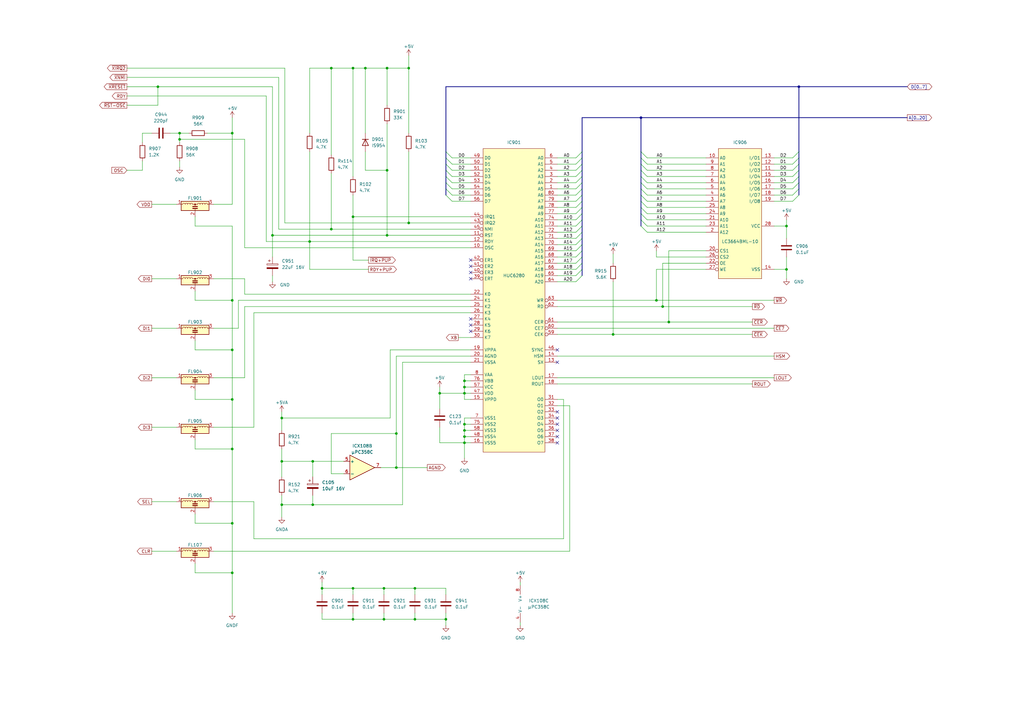
<source format=kicad_sch>
(kicad_sch (version 20230121) (generator eeschema)
  (paper "A3")
  (title_block (title "PC Engine CPU and RAM") (date "2023-08-17") (rev "1.0") (comment 1 "Differences reverse engineered from original PWD-623A board") (comment 2 "Adapted from existing TurboGrafx-16 schematics by Cosam"))
  (lib_symbols
    (symbol "Amplifier_Operational:LM358" (pin_names (offset 0.127))
      (property "Reference" "U" (at 0 5.08 0))
      (property "Value" "LM358" (at 0 -5.08 0))
      (symbol "LM358_1_1"
        (polyline (pts (xy -5.08 5.08) (xy 5.08 0) (xy -5.08 -5.08) (xy -5.08 5.08)) (stroke (width 0.254)) (fill (type background)))
        (pin output line (at 7.62 0 180) (length 2.54) (name "~") (number "1"))
        (pin input line (at -7.62 -2.54 0) (length 2.54) (name "-") (number "2"))
        (pin input line (at -7.62 2.54 0) (length 2.54) (name "+") (number "3"))
      )
      (symbol "LM358_2_1"
        (polyline (pts (xy -5.08 5.08) (xy 5.08 0) (xy -5.08 -5.08) (xy -5.08 5.08)) (stroke (width 0.254)) (fill (type background)))
        (pin input line (at -7.62 2.54 0) (length 2.54) (name "+") (number "5"))
        (pin input line (at -7.62 -2.54 0) (length 2.54) (name "-") (number "6"))
        (pin output line (at 7.62 0 180) (length 2.54) (name "~") (number "7"))
      )
      (symbol "LM358_3_1"
        (pin power_in line (at -2.54 -7.62 90) (length 3.81) (name "V-") (number "4"))
        (pin power_in line (at -2.54 7.62 270) (length 3.81) (name "V+") (number "8"))
      )
    )
    (symbol "Device:C" (pin_numbers hide) (pin_names (offset 0.254))
      (property "Reference" "C" (at 0.635 2.54 0))
      (property "Value" "C" (at 0.635 -2.54 0))
      (symbol "C_0_1"
        (polyline (pts (xy -2.032 -0.762) (xy 2.032 -0.762)) (stroke (width 0.508)))
        (polyline (pts (xy -2.032 0.762) (xy 2.032 0.762)) (stroke (width 0.508)))
      )
      (symbol "C_1_1"
        (pin passive line (at 0 3.81 270) (length 2.794) (name "~") (number "1"))
        (pin passive line (at 0 -3.81 90) (length 2.794) (name "~") (number "2"))
      )
    )
    (symbol "Device:C_Polarized" (pin_numbers hide) (pin_names (offset 0.254))
      (property "Reference" "C" (at 0.635 2.54 0))
      (property "Value" "C_Polarized" (at 0.635 -2.54 0))
      (symbol "C_Polarized_0_1"
        (rectangle (start -2.286 0.508) (end 2.286 1.016))
        (polyline (pts (xy -1.778 2.286) (xy -0.762 2.286)))
        (polyline (pts (xy -1.27 2.794) (xy -1.27 1.778)))
        (rectangle (start 2.286 -0.508) (end -2.286 -1.016) (fill (type outline)))
      )
      (symbol "C_Polarized_1_1"
        (pin passive line (at 0 3.81 270) (length 2.794) (name "~") (number "1"))
        (pin passive line (at 0 -3.81 90) (length 2.794) (name "~") (number "2"))
      )
    )
    (symbol "Device:D" (pin_numbers hide) (pin_names (offset 1.016) hide)
      (property "Reference" "D" (at 0 2.54 0))
      (property "Value" "D" (at 0 -2.54 0))
      (symbol "D_0_1"
        (polyline (pts (xy -1.27 1.27) (xy -1.27 -1.27)) (stroke (width 0.254)))
        (polyline (pts (xy 1.27 0) (xy -1.27 0)))
        (polyline (pts (xy 1.27 1.27) (xy 1.27 -1.27) (xy -1.27 0) (xy 1.27 1.27)) (stroke (width 0.254)))
      )
      (symbol "D_1_1"
        (pin passive line (at -3.81 0 0) (length 2.54) (name "K") (number "1"))
        (pin passive line (at 3.81 0 180) (length 2.54) (name "A") (number "2"))
      )
    )
    (symbol "Device:Filter_EMI_LCL" (pin_names (offset 0.254) hide)
      (property "Reference" "FL" (at 0 6.985 0))
      (property "Value" "Filter_EMI_LCL" (at 0 5.08 0))
      (symbol "Filter_EMI_LCL_0_1"
        (rectangle (start -5.715 3.81) (end 5.715 0) (stroke (width 0.254)) (fill (type background)))
        (arc (start -4.064 2.54) (mid -4.572 3.0458) (end -5.08 2.54))
        (arc (start -3.048 2.54) (mid -3.556 3.0458) (end -4.064 2.54))
        (arc (start -2.032 2.54) (mid -2.54 3.0458) (end -3.048 2.54))
        (rectangle (start -1.016 0.762) (end 1.016 1.016) (fill (type outline)))
        (arc (start -1.016 2.54) (mid -1.524 3.0458) (end -2.032 2.54))
        (polyline (pts (xy -1.016 2.54) (xy 1.016 2.54)))
        (polyline (pts (xy 0 0.762) (xy 0 0)))
        (polyline (pts (xy 0 2.54) (xy 0 1.778)))
        (circle (center 0 2.54) (radius 0.254) (fill (type outline)))
        (rectangle (start 1.016 1.524) (end -1.016 1.778) (fill (type outline)))
        (arc (start 2.032 2.54) (mid 1.524 3.0458) (end 1.016 2.54))
        (arc (start 3.048 2.54) (mid 2.54 3.0458) (end 2.032 2.54))
        (arc (start 4.064 2.54) (mid 3.556 3.0458) (end 3.048 2.54))
        (arc (start 5.08 2.54) (mid 4.572 3.0458) (end 4.064 2.54))
      )
      (symbol "Filter_EMI_LCL_1_1"
        (pin passive line (at -7.62 2.54 0) (length 2.54) (name "1") (number "1"))
        (pin passive line (at 0 -2.54 90) (length 2.54) (name "2") (number "2"))
        (pin passive line (at 7.62 2.54 180) (length 2.54) (name "3") (number "3"))
      )
    )
    (symbol "Device:R" (pin_numbers hide) (pin_names (offset 0))
      (property "Reference" "R" (at 2.032 0 90))
      (property "Value" "R" (at 0 0 90))
      (symbol "R_0_1"
        (rectangle (start -1.016 -2.54) (end 1.016 2.54) (stroke (width 0.254)))
      )
      (symbol "R_1_1"
        (pin passive line (at 0 3.81 270) (length 1.27) (name "~") (number "1"))
        (pin passive line (at 0 -3.81 90) (length 1.27) (name "~") (number "2"))
      )
    )
    (symbol "PC-Engine:GNDF" (power) (pin_names (offset 0))
      (property "Value" "GNDF" (at 0 -3.81 0))
      (symbol "GNDF_0_1"
        (polyline (pts (xy 0 0) (xy 0 -1.27) (xy 1.27 -1.27) (xy 0 -2.54) (xy -1.27 -1.27) (xy 0 -1.27)))
      )
      (symbol "GNDF_1_1"
        (pin power_in line (at 0 0 270) (length 0) hide (name "GNDF") (number "1"))
      )
    )
    (symbol "PC-Engine:Hu6280"
      (property "Reference" "IC" (at 0 62.23 0))
      (symbol "Hu6280_1_1"
        (rectangle (start -12.7 59.69) (end 12.7 -64.77) (fill (type background)))
        (pin output line (at 17.78 43.18 180) (length 5.08) (name "A5") (number "1"))
        (pin input line (at -17.78 19.05 0) (length 5.08) (name "OSC") (number "10"))
        (pin input inverted (at -17.78 24.13 0) (length 5.08) (name "RST") (number "11"))
        (pin input line (at -17.78 21.59 0) (length 5.08) (name "RDY") (number "12"))
        (pin input line (at 17.78 -27.94 180) (length 5.08) (name "SX") (number "13"))
        (pin input line (at 17.78 -25.4 180) (length 5.08) (name "HSM") (number "14"))
        (pin input line (at -17.78 -43.18 0) (length 5.08) (name "VPPD") (number "15"))
        (pin input line (at -17.78 -60.96 0) (length 5.08) (name "VSS5") (number "16"))
        (pin input line (at 17.78 -34.29 180) (length 5.08) (name "LOUT") (number "17"))
        (pin input line (at 17.78 -36.83 180) (length 5.08) (name "ROUT") (number "18"))
        (pin input line (at -17.78 -22.86 0) (length 5.08) (name "VPPA") (number "19"))
        (pin output line (at 17.78 45.72 180) (length 5.08) (name "A4") (number "2"))
        (pin input line (at -17.78 -25.4 0) (length 5.08) (name "AGND") (number "20"))
        (pin input line (at -17.78 -27.94 0) (length 5.08) (name "VSSA") (number "21"))
        (pin input line (at -17.78 0 0) (length 5.08) (name "K0") (number "22"))
        (pin no_connect line (at 1.27 -69.85 90) (length 5.08) hide (name "N/C") (number "23"))
        (pin input line (at -17.78 -2.54 0) (length 5.08) (name "K1") (number "24"))
        (pin input line (at -17.78 -5.08 0) (length 5.08) (name "K2") (number "25"))
        (pin input line (at -17.78 -7.62 0) (length 5.08) (name "K3") (number "26"))
        (pin input line (at -17.78 -10.16 0) (length 5.08) (name "K4") (number "27"))
        (pin input line (at -17.78 -12.7 0) (length 5.08) (name "K5") (number "28"))
        (pin input line (at -17.78 -15.24 0) (length 5.08) (name "K6") (number "29"))
        (pin output line (at 17.78 48.26 180) (length 5.08) (name "A3") (number "3"))
        (pin input line (at -17.78 -17.78 0) (length 5.08) (name "K7") (number "30"))
        (pin input line (at 17.78 -43.18 180) (length 5.08) (name "O0") (number "31"))
        (pin input line (at 17.78 -45.72 180) (length 5.08) (name "O1") (number "32"))
        (pin input line (at 17.78 -48.26 180) (length 5.08) (name "O2") (number "33"))
        (pin input line (at 17.78 -50.8 180) (length 5.08) (name "O3") (number "34"))
        (pin input line (at 17.78 -53.34 180) (length 5.08) (name "O4") (number "35"))
        (pin input line (at 17.78 -55.88 180) (length 5.08) (name "O5") (number "36"))
        (pin input line (at 17.78 -58.42 180) (length 5.08) (name "O6") (number "37"))
        (pin input line (at 17.78 -60.96 180) (length 5.08) (name "O7") (number "38"))
        (pin input inverted (at -17.78 6.35 0) (length 5.08) (name "ERT") (number "39"))
        (pin output line (at 17.78 50.8 180) (length 5.08) (name "A2") (number "4"))
        (pin input inverted (at -17.78 8.89 0) (length 5.08) (name "ER3") (number "40"))
        (pin input inverted (at -17.78 11.43 0) (length 5.08) (name "ER2") (number "41"))
        (pin input inverted (at -17.78 13.97 0) (length 5.08) (name "ER1") (number "42"))
        (pin input inverted (at -17.78 29.21 0) (length 5.08) (name "IRQ2") (number "43"))
        (pin input inverted (at -17.78 31.75 0) (length 5.08) (name "IRQ1") (number "44"))
        (pin input inverted (at -17.78 26.67 0) (length 5.08) (name "NMI") (number "45"))
        (pin input line (at 17.78 -22.86 180) (length 5.08) (name "SYNC") (number "46"))
        (pin input line (at -17.78 -40.64 0) (length 5.08) (name "VDD") (number "47"))
        (pin input line (at -17.78 -58.42 0) (length 5.08) (name "VSS4") (number "48"))
        (pin bidirectional line (at -17.78 55.88 0) (length 5.08) (name "D0") (number "49"))
        (pin output line (at 17.78 53.34 180) (length 5.08) (name "A1") (number "5"))
        (pin bidirectional line (at -17.78 53.34 0) (length 5.08) (name "D1") (number "50"))
        (pin bidirectional line (at -17.78 50.8 0) (length 5.08) (name "D2") (number "51"))
        (pin bidirectional line (at -17.78 48.26 0) (length 5.08) (name "D3") (number "52"))
        (pin bidirectional line (at -17.78 45.72 0) (length 5.08) (name "D4") (number "53"))
        (pin bidirectional line (at -17.78 43.18 0) (length 5.08) (name "D5") (number "54"))
        (pin bidirectional line (at -17.78 40.64 0) (length 5.08) (name "D6") (number "55"))
        (pin bidirectional line (at -17.78 38.1 0) (length 5.08) (name "D7") (number "56"))
        (pin input line (at -17.78 -38.1 0) (length 5.08) (name "VCC") (number "57"))
        (pin input line (at -17.78 -55.88 0) (length 5.08) (name "VSS3") (number "58"))
        (pin input inverted (at 17.78 -16.51 180) (length 5.08) (name "CEK") (number "59"))
        (pin output line (at 17.78 55.88 180) (length 5.08) (name "A0") (number "6"))
        (pin input inverted (at 17.78 -13.97 180) (length 5.08) (name "CE7") (number "60"))
        (pin input inverted (at 17.78 -11.43 180) (length 5.08) (name "CER") (number "61"))
        (pin output inverted (at 17.78 -5.08 180) (length 5.08) (name "RD") (number "62"))
        (pin output inverted (at 17.78 -2.54 180) (length 5.08) (name "WR") (number "63"))
        (pin output line (at 17.78 5.08 180) (length 5.08) (name "A20") (number "64"))
        (pin output line (at 17.78 7.62 180) (length 5.08) (name "A19") (number "65"))
        (pin output line (at 17.78 10.16 180) (length 5.08) (name "A18") (number "66"))
        (pin output line (at 17.78 12.7 180) (length 5.08) (name "A17") (number "67"))
        (pin output line (at 17.78 15.24 180) (length 5.08) (name "A16") (number "68"))
        (pin output line (at 17.78 17.78 180) (length 5.08) (name "A15") (number "69"))
        (pin input line (at -17.78 -50.8 0) (length 5.08) (name "VSS1") (number "7"))
        (pin output line (at 17.78 20.32 180) (length 5.08) (name "A14") (number "70"))
        (pin output line (at 17.78 22.86 180) (length 5.08) (name "A13") (number "71"))
        (pin output line (at 17.78 25.4 180) (length 5.08) (name "A12") (number "72"))
        (pin output line (at 17.78 27.94 180) (length 5.08) (name "A11") (number "73"))
        (pin output line (at 17.78 30.48 180) (length 5.08) (name "A10") (number "74"))
        (pin input line (at -17.78 -53.34 0) (length 5.08) (name "VSS2") (number "75"))
        (pin input line (at -17.78 -35.56 0) (length 5.08) (name "VBB") (number "76"))
        (pin output line (at 17.78 33.02 180) (length 5.08) (name "A9") (number "77"))
        (pin output line (at 17.78 35.56 180) (length 5.08) (name "A8") (number "78"))
        (pin output line (at 17.78 38.1 180) (length 5.08) (name "A7") (number "79"))
        (pin input line (at -17.78 -33.02 0) (length 5.08) (name "VAA") (number "8"))
        (pin output line (at 17.78 40.64 180) (length 5.08) (name "A6") (number "80"))
        (pin no_connect line (at -1.27 -69.85 90) (length 5.08) hide (name "N/C") (number "9"))
      )
    )
    (symbol "PC-Engine:M2264"
      (property "Reference" "IC" (at 0 0 0))
      (symbol "M2264_1_1"
        (rectangle (start -8.89 -2.54) (end 8.89 -55.88) (fill (type background)))
        (pin no_connect line (at 13.97 -29.21 180) (length 5.08) hide (name "N/C") (number "1"))
        (pin input line (at -13.97 -6.35 0) (length 5.08) (name "A0") (number "10"))
        (pin bidirectional line (at 13.97 -11.43 180) (length 5.08) (name "I/O3") (number "11"))
        (pin bidirectional line (at 13.97 -8.89 180) (length 5.08) (name "I/O2") (number "12"))
        (pin bidirectional line (at 13.97 -6.35 180) (length 5.08) (name "I/O1") (number "13"))
        (pin power_in line (at 13.97 -52.07 180) (length 5.08) (name "VSS") (number "14"))
        (pin bidirectional line (at 13.97 -13.97 180) (length 5.08) (name "I/O4") (number "15"))
        (pin bidirectional line (at 13.97 -16.51 180) (length 5.08) (name "I/O5") (number "16"))
        (pin bidirectional line (at 13.97 -19.05 180) (length 5.08) (name "I/O6") (number "17"))
        (pin bidirectional line (at 13.97 -21.59 180) (length 5.08) (name "I/O7") (number "18"))
        (pin bidirectional line (at 13.97 -24.13 180) (length 5.08) (name "I/O8") (number "19"))
        (pin input line (at -13.97 -36.83 0) (length 5.08) (name "A12") (number "2"))
        (pin input inverted (at -13.97 -44.45 0) (length 5.08) (name "CS1") (number "20"))
        (pin input line (at -13.97 -31.75 0) (length 5.08) (name "A10") (number "21"))
        (pin input inverted (at -13.97 -49.53 0) (length 5.08) (name "OE") (number "22"))
        (pin input line (at -13.97 -34.29 0) (length 5.08) (name "A11") (number "23"))
        (pin input line (at -13.97 -29.21 0) (length 5.08) (name "A9") (number "24"))
        (pin input line (at -13.97 -26.67 0) (length 5.08) (name "A8") (number "25"))
        (pin input inverted (at -13.97 -46.99 0) (length 5.08) (name "CS2") (number "26"))
        (pin input inverted (at -13.97 -52.07 0) (length 5.08) (name "WE") (number "27"))
        (pin power_in line (at 13.97 -34.29 180) (length 5.08) (name "VCC") (number "28"))
        (pin input line (at -13.97 -24.13 0) (length 5.08) (name "A7") (number "3"))
        (pin input line (at -13.97 -21.59 0) (length 5.08) (name "A6") (number "4"))
        (pin input line (at -13.97 -19.05 0) (length 5.08) (name "A5") (number "5"))
        (pin input line (at -13.97 -16.51 0) (length 5.08) (name "A4") (number "6"))
        (pin input line (at -13.97 -13.97 0) (length 5.08) (name "A3") (number "7"))
        (pin input line (at -13.97 -11.43 0) (length 5.08) (name "A2") (number "8"))
        (pin input line (at -13.97 -8.89 0) (length 5.08) (name "A1") (number "9"))
      )
    )
    (symbol "power:+5V" (power) (pin_names (offset 0))
      (property "Value" "+5V" (at 0 3.556 0))
      (symbol "+5V_0_1"
        (polyline (pts (xy -0.762 1.27) (xy 0 2.54)))
        (polyline (pts (xy 0 0) (xy 0 2.54)))
        (polyline (pts (xy 0 2.54) (xy 0.762 1.27)))
      )
      (symbol "+5V_1_1"
        (pin power_in line (at 0 0 90) (length 0) hide (name "+5V") (number "1"))
      )
    )
    (symbol "power:+5VA" (power) (pin_names (offset 0))
      (property "Value" "+5VA" (at 0 3.556 0))
      (symbol "+5VA_0_1"
        (polyline (pts (xy -0.762 1.27) (xy 0 2.54)))
        (polyline (pts (xy 0 0) (xy 0 2.54)))
        (polyline (pts (xy 0 2.54) (xy 0.762 1.27)))
      )
      (symbol "+5VA_1_1"
        (pin power_in line (at 0 0 90) (length 0) hide (name "+5VA") (number "1"))
      )
    )
    (symbol "power:GND" (power) (pin_names (offset 0))
      (property "Value" "GND" (at 0 -3.81 0))
      (symbol "GND_0_1"
        (polyline (pts (xy 0 0) (xy 0 -1.27) (xy 1.27 -1.27) (xy 0 -2.54) (xy -1.27 -1.27) (xy 0 -1.27)))
      )
      (symbol "GND_1_1"
        (pin power_in line (at 0 0 270) (length 0) hide (name "GND") (number "1"))
      )
    )
    (symbol "power:GNDA" (power) (pin_names (offset 0))
      (property "Value" "GNDA" (at 0 -3.81 0))
      (symbol "GNDA_0_1"
        (polyline (pts (xy 0 0) (xy 0 -1.27) (xy 1.27 -1.27) (xy 0 -2.54) (xy -1.27 -1.27) (xy 0 -1.27)))
      )
      (symbol "GNDA_1_1"
        (pin power_in line (at 0 0 270) (length 0) hide (name "GNDA") (number "1"))
      )
    )
  )
  (junction (at 95.25 184.15))
  (junction (at 157.48 254))
  (junction (at 128.27 207.01))
  (junction (at 144.78 254))
  (junction (at 95.25 234.95))
  (junction (at 115.57 207.01))
  (junction (at 182.88 254))
  (junction (at 190.5 158.75))
  (junction (at 262.89 48.26))
  (junction (at 144.78 27.94))
  (junction (at 95.25 163.83))
  (junction (at 135.89 93.98))
  (junction (at 251.46 137.16))
  (junction (at 111.76 96.52))
  (junction (at 127 99.06))
  (junction (at 149.86 27.94))
  (junction (at 73.66 54.61))
  (junction (at 64.77 35.56))
  (junction (at 162.56 191.77))
  (junction (at 73.66 57.15))
  (junction (at 167.64 27.94))
  (junction (at 144.78 88.9))
  (junction (at 95.25 123.19))
  (junction (at 158.75 96.52))
  (junction (at 190.5 179.07))
  (junction (at 269.24 123.19))
  (junction (at 95.25 214.63))
  (junction (at 190.5 176.53))
  (junction (at 180.34 161.29))
  (junction (at 322.58 92.71))
  (junction (at 157.48 241.3))
  (junction (at 190.5 161.29))
  (junction (at 115.57 171.45))
  (junction (at 95.25 143.51))
  (junction (at 170.18 254))
  (junction (at 132.08 241.3))
  (junction (at 128.27 189.23))
  (junction (at 274.32 132.08))
  (junction (at 190.5 173.99))
  (junction (at 322.58 110.49))
  (junction (at 162.56 177.8))
  (junction (at 158.75 27.94))
  (junction (at 167.64 91.44))
  (junction (at 115.57 189.23))
  (junction (at 271.78 125.73))
  (junction (at 158.75 69.85))
  (junction (at 135.89 27.94))
  (junction (at 144.78 241.3))
  (junction (at 170.18 241.3))
  (junction (at 95.25 54.61))
  (junction (at 190.5 156.21))
  (junction (at 327.66 35.56))
  (junction (at 190.5 181.61))
  (no_connect (at 228.6 179.07))
  (no_connect (at 228.6 173.99))
  (no_connect (at 228.6 181.61))
  (no_connect (at 228.6 176.53))
  (no_connect (at 228.6 143.51))
  (no_connect (at 193.04 130.81))
  (no_connect (at 193.04 135.89))
  (no_connect (at 193.04 114.3))
  (no_connect (at 193.04 133.35))
  (no_connect (at 228.6 171.45))
  (no_connect (at 228.6 148.59))
  (no_connect (at 193.04 109.22))
  (no_connect (at 193.04 106.68))
  (no_connect (at 228.6 168.91))
  (no_connect (at 193.04 111.76))
  (bus_entry (at 262.89 62.23) (size 2.54 2.54))
  (bus_entry (at 238.76 113.03) (size -2.54 2.54))
  (bus_entry (at 238.76 87.63) (size -2.54 2.54))
  (bus_entry (at 238.76 90.17) (size -2.54 2.54))
  (bus_entry (at 182.88 69.85) (size 2.54 2.54))
  (bus_entry (at 238.76 69.85) (size -2.54 2.54))
  (bus_entry (at 238.76 77.47) (size -2.54 2.54))
  (bus_entry (at 238.76 102.87) (size -2.54 2.54))
  (bus_entry (at 238.76 74.93) (size -2.54 2.54))
  (bus_entry (at 262.89 72.39) (size 2.54 2.54))
  (bus_entry (at 262.89 80.01) (size 2.54 2.54))
  (bus_entry (at 327.66 72.39) (size -2.54 2.54))
  (bus_entry (at 182.88 67.31) (size 2.54 2.54))
  (bus_entry (at 238.76 80.01) (size -2.54 2.54))
  (bus_entry (at 327.66 77.47) (size -2.54 2.54))
  (bus_entry (at 238.76 82.55) (size -2.54 2.54))
  (bus_entry (at 262.89 85.09) (size 2.54 2.54))
  (bus_entry (at 238.76 97.79) (size -2.54 2.54))
  (bus_entry (at 327.66 67.31) (size -2.54 2.54))
  (bus_entry (at 182.88 77.47) (size 2.54 2.54))
  (bus_entry (at 238.76 105.41) (size -2.54 2.54))
  (bus_entry (at 182.88 62.23) (size 2.54 2.54))
  (bus_entry (at 327.66 62.23) (size -2.54 2.54))
  (bus_entry (at 262.89 69.85) (size 2.54 2.54))
  (bus_entry (at 238.76 100.33) (size -2.54 2.54))
  (bus_entry (at 262.89 92.71) (size 2.54 2.54))
  (bus_entry (at 182.88 80.01) (size 2.54 2.54))
  (bus_entry (at 238.76 64.77) (size -2.54 2.54))
  (bus_entry (at 327.66 69.85) (size -2.54 2.54))
  (bus_entry (at 262.89 64.77) (size 2.54 2.54))
  (bus_entry (at 238.76 62.23) (size -2.54 2.54))
  (bus_entry (at 238.76 110.49) (size -2.54 2.54))
  (bus_entry (at 262.89 74.93) (size 2.54 2.54))
  (bus_entry (at 238.76 95.25) (size -2.54 2.54))
  (bus_entry (at 182.88 74.93) (size 2.54 2.54))
  (bus_entry (at 327.66 64.77) (size -2.54 2.54))
  (bus_entry (at 182.88 72.39) (size 2.54 2.54))
  (bus_entry (at 262.89 90.17) (size 2.54 2.54))
  (bus_entry (at 262.89 82.55) (size 2.54 2.54))
  (bus_entry (at 262.89 87.63) (size 2.54 2.54))
  (bus_entry (at 327.66 80.01) (size -2.54 2.54))
  (bus_entry (at 238.76 72.39) (size -2.54 2.54))
  (bus_entry (at 262.89 67.31) (size 2.54 2.54))
  (bus_entry (at 238.76 107.95) (size -2.54 2.54))
  (bus_entry (at 182.88 64.77) (size 2.54 2.54))
  (bus_entry (at 327.66 74.93) (size -2.54 2.54))
  (bus_entry (at 238.76 92.71) (size -2.54 2.54))
  (bus_entry (at 238.76 67.31) (size -2.54 2.54))
  (bus_entry (at 238.76 85.09) (size -2.54 2.54))
  (bus_entry (at 262.89 77.47) (size 2.54 2.54))
  (wire (pts (xy 193.04 93.98) (xy 135.89 93.98)))
  (wire (pts (xy 62.23 83.82) (xy 72.39 83.82)))
  (wire (pts (xy 80.01 180.34) (xy 80.01 184.15)))
  (wire (pts (xy 265.43 80.01) (xy 289.56 80.01)))
  (bus (pts (xy 238.76 80.01) (xy 238.76 77.47)))
  (bus (pts (xy 327.66 35.56) (xy 327.66 62.23)))
  (bus (pts (xy 238.76 100.33) (xy 238.76 97.79)))
  (wire (pts (xy 158.75 27.94) (xy 167.64 27.94)))
  (wire (pts (xy 167.64 22.86) (xy 167.64 27.94)))
  (bus (pts (xy 182.88 80.01) (xy 182.88 77.47)))
  (wire (pts (xy 182.88 254) (xy 182.88 256.54)))
  (wire (pts (xy 233.68 166.37) (xy 233.68 226.06)))
  (wire (pts (xy 251.46 104.14) (xy 251.46 107.95)))
  (wire (pts (xy 135.89 27.94) (xy 144.78 27.94)))
  (bus (pts (xy 238.76 82.55) (xy 238.76 80.01)))
  (wire (pts (xy 170.18 241.3) (xy 170.18 243.84)))
  (wire (pts (xy 127 99.06) (xy 193.04 99.06)))
  (wire (pts (xy 228.6 90.17) (xy 236.22 90.17)))
  (bus (pts (xy 262.89 82.55) (xy 262.89 80.01)))
  (wire (pts (xy 157.48 251.46) (xy 157.48 254)))
  (wire (pts (xy 185.42 82.55) (xy 193.04 82.55)))
  (wire (pts (xy 193.04 146.05) (xy 162.56 146.05)))
  (wire (pts (xy 265.43 82.55) (xy 289.56 82.55)))
  (wire (pts (xy 265.43 95.25) (xy 289.56 95.25)))
  (wire (pts (xy 162.56 191.77) (xy 175.26 191.77)))
  (wire (pts (xy 322.58 105.41) (xy 322.58 110.49)))
  (wire (pts (xy 180.34 181.61) (xy 180.34 175.26)))
  (wire (pts (xy 80.01 234.95) (xy 80.01 231.14)))
  (wire (pts (xy 228.6 92.71) (xy 236.22 92.71)))
  (wire (pts (xy 95.25 92.71) (xy 95.25 123.19)))
  (wire (pts (xy 144.78 88.9) (xy 144.78 80.01)))
  (wire (pts (xy 73.66 54.61) (xy 73.66 57.15)))
  (wire (pts (xy 269.24 110.49) (xy 289.56 110.49)))
  (wire (pts (xy 228.6 102.87) (xy 236.22 102.87)))
  (bus (pts (xy 262.89 72.39) (xy 262.89 74.93)))
  (wire (pts (xy 265.43 74.93) (xy 289.56 74.93)))
  (wire (pts (xy 127 110.49) (xy 151.13 110.49)))
  (wire (pts (xy 289.56 105.41) (xy 269.24 105.41)))
  (wire (pts (xy 190.5 161.29) (xy 193.04 161.29)))
  (bus (pts (xy 238.76 107.95) (xy 238.76 105.41)))
  (wire (pts (xy 111.76 113.03) (xy 111.76 115.57)))
  (wire (pts (xy 73.66 66.04) (xy 73.66 68.58)))
  (wire (pts (xy 100.33 101.6) (xy 193.04 101.6)))
  (wire (pts (xy 228.6 123.19) (xy 269.24 123.19)))
  (wire (pts (xy 228.6 69.85) (xy 236.22 69.85)))
  (bus (pts (xy 238.76 87.63) (xy 238.76 85.09)))
  (bus (pts (xy 238.76 92.71) (xy 238.76 95.25)))
  (wire (pts (xy 62.23 226.06) (xy 72.39 226.06)))
  (wire (pts (xy 87.63 226.06) (xy 233.68 226.06)))
  (wire (pts (xy 271.78 125.73) (xy 308.61 125.73)))
  (wire (pts (xy 190.5 173.99) (xy 190.5 176.53)))
  (wire (pts (xy 193.04 120.65) (xy 100.33 120.65)))
  (wire (pts (xy 111.76 96.52) (xy 158.75 96.52)))
  (wire (pts (xy 167.64 91.44) (xy 193.04 91.44)))
  (wire (pts (xy 190.5 179.07) (xy 190.5 181.61)))
  (wire (pts (xy 228.6 154.94) (xy 317.5 154.94)))
  (wire (pts (xy 190.5 176.53) (xy 190.5 179.07)))
  (wire (pts (xy 231.14 220.98) (xy 104.14 220.98)))
  (wire (pts (xy 228.6 105.41) (xy 236.22 105.41)))
  (wire (pts (xy 127 99.06) (xy 127 110.49)))
  (bus (pts (xy 327.66 72.39) (xy 327.66 69.85)))
  (wire (pts (xy 144.78 241.3) (xy 144.78 243.84)))
  (wire (pts (xy 180.34 161.29) (xy 180.34 167.64)))
  (wire (pts (xy 128.27 189.23) (xy 128.27 195.58)))
  (wire (pts (xy 97.79 123.19) (xy 193.04 123.19)))
  (wire (pts (xy 251.46 115.57) (xy 251.46 137.16)))
  (bus (pts (xy 262.89 87.63) (xy 262.89 85.09)))
  (wire (pts (xy 58.42 58.42) (xy 58.42 54.61)))
  (wire (pts (xy 95.25 83.82) (xy 95.25 54.61)))
  (wire (pts (xy 190.5 173.99) (xy 193.04 173.99)))
  (wire (pts (xy 162.56 146.05) (xy 162.56 177.8)))
  (wire (pts (xy 322.58 110.49) (xy 317.5 110.49)))
  (bus (pts (xy 182.88 64.77) (xy 182.88 62.23)))
  (wire (pts (xy 193.04 125.73) (xy 100.33 125.73)))
  (wire (pts (xy 190.5 181.61) (xy 180.34 181.61)))
  (wire (pts (xy 228.6 132.08) (xy 274.32 132.08)))
  (wire (pts (xy 132.08 243.84) (xy 132.08 241.3)))
  (wire (pts (xy 69.85 54.61) (xy 73.66 54.61)))
  (wire (pts (xy 127 27.94) (xy 127 54.61)))
  (wire (pts (xy 95.25 234.95) (xy 80.01 234.95)))
  (bus (pts (xy 182.88 72.39) (xy 182.88 69.85)))
  (wire (pts (xy 265.43 77.47) (xy 289.56 77.47)))
  (wire (pts (xy 85.09 54.61) (xy 95.25 54.61)))
  (wire (pts (xy 52.07 43.18) (xy 64.77 43.18)))
  (wire (pts (xy 144.78 254) (xy 144.78 251.46)))
  (wire (pts (xy 115.57 207.01) (xy 128.27 207.01)))
  (bus (pts (xy 262.89 77.47) (xy 262.89 74.93)))
  (wire (pts (xy 185.42 64.77) (xy 193.04 64.77)))
  (wire (pts (xy 62.23 205.74) (xy 72.39 205.74)))
  (wire (pts (xy 185.42 69.85) (xy 193.04 69.85)))
  (wire (pts (xy 149.86 62.23) (xy 149.86 69.85)))
  (wire (pts (xy 80.01 163.83) (xy 95.25 163.83)))
  (wire (pts (xy 165.1 148.59) (xy 165.1 207.01)))
  (wire (pts (xy 73.66 54.61) (xy 77.47 54.61)))
  (bus (pts (xy 238.76 92.71) (xy 238.76 90.17)))
  (wire (pts (xy 228.6 166.37) (xy 233.68 166.37)))
  (wire (pts (xy 228.6 107.95) (xy 236.22 107.95)))
  (wire (pts (xy 95.25 54.61) (xy 95.25 48.26)))
  (wire (pts (xy 132.08 238.76) (xy 132.08 241.3)))
  (wire (pts (xy 116.84 27.94) (xy 52.07 27.94)))
  (wire (pts (xy 64.77 43.18) (xy 64.77 35.56)))
  (wire (pts (xy 132.08 254) (xy 144.78 254)))
  (wire (pts (xy 80.01 214.63) (xy 95.25 214.63)))
  (wire (pts (xy 157.48 241.3) (xy 170.18 241.3)))
  (bus (pts (xy 327.66 67.31) (xy 327.66 64.77)))
  (bus (pts (xy 262.89 48.26) (xy 262.89 62.23)))
  (wire (pts (xy 111.76 35.56) (xy 64.77 35.56)))
  (wire (pts (xy 62.23 154.94) (xy 72.39 154.94)))
  (wire (pts (xy 115.57 189.23) (xy 128.27 189.23)))
  (bus (pts (xy 327.66 77.47) (xy 327.66 74.93)))
  (wire (pts (xy 190.5 156.21) (xy 193.04 156.21)))
  (wire (pts (xy 95.25 163.83) (xy 95.25 184.15)))
  (wire (pts (xy 265.43 87.63) (xy 289.56 87.63)))
  (wire (pts (xy 317.5 67.31) (xy 325.12 67.31)))
  (wire (pts (xy 144.78 27.94) (xy 149.86 27.94)))
  (wire (pts (xy 149.86 27.94) (xy 149.86 54.61)))
  (wire (pts (xy 100.33 154.94) (xy 87.63 154.94)))
  (wire (pts (xy 180.34 161.29) (xy 190.5 161.29)))
  (wire (pts (xy 265.43 67.31) (xy 289.56 67.31)))
  (bus (pts (xy 262.89 90.17) (xy 262.89 87.63)))
  (wire (pts (xy 182.88 254) (xy 170.18 254)))
  (wire (pts (xy 100.33 125.73) (xy 100.33 154.94)))
  (wire (pts (xy 190.5 153.67) (xy 193.04 153.67)))
  (wire (pts (xy 170.18 241.3) (xy 182.88 241.3)))
  (wire (pts (xy 269.24 105.41) (xy 269.24 102.87)))
  (wire (pts (xy 160.02 143.51) (xy 193.04 143.51)))
  (wire (pts (xy 190.5 179.07) (xy 193.04 179.07)))
  (wire (pts (xy 115.57 189.23) (xy 115.57 184.15)))
  (bus (pts (xy 182.88 35.56) (xy 327.66 35.56)))
  (wire (pts (xy 187.96 138.43) (xy 193.04 138.43)))
  (bus (pts (xy 238.76 97.79) (xy 238.76 95.25)))
  (wire (pts (xy 100.33 57.15) (xy 100.33 101.6)))
  (wire (pts (xy 193.04 96.52) (xy 158.75 96.52)))
  (wire (pts (xy 114.3 93.98) (xy 135.89 93.98)))
  (bus (pts (xy 262.89 64.77) (xy 262.89 67.31)))
  (wire (pts (xy 109.22 99.06) (xy 127 99.06)))
  (wire (pts (xy 111.76 96.52) (xy 111.76 105.41)))
  (wire (pts (xy 193.04 88.9) (xy 144.78 88.9)))
  (wire (pts (xy 115.57 189.23) (xy 115.57 195.58)))
  (bus (pts (xy 238.76 77.47) (xy 238.76 74.93)))
  (wire (pts (xy 185.42 77.47) (xy 193.04 77.47)))
  (wire (pts (xy 190.5 158.75) (xy 190.5 161.29)))
  (wire (pts (xy 190.5 153.67) (xy 190.5 156.21)))
  (bus (pts (xy 262.89 67.31) (xy 262.89 69.85)))
  (wire (pts (xy 265.43 90.17) (xy 289.56 90.17)))
  (wire (pts (xy 213.36 255.27) (xy 213.36 256.54)))
  (wire (pts (xy 265.43 85.09) (xy 289.56 85.09)))
  (wire (pts (xy 104.14 128.27) (xy 193.04 128.27)))
  (wire (pts (xy 144.78 27.94) (xy 144.78 72.39)))
  (wire (pts (xy 317.5 82.55) (xy 325.12 82.55)))
  (bus (pts (xy 182.88 67.31) (xy 182.88 64.77)))
  (wire (pts (xy 144.78 88.9) (xy 144.78 106.68)))
  (wire (pts (xy 80.01 139.7) (xy 80.01 143.51)))
  (wire (pts (xy 274.32 102.87) (xy 289.56 102.87)))
  (wire (pts (xy 80.01 210.82) (xy 80.01 214.63)))
  (bus (pts (xy 182.88 62.23) (xy 182.88 35.56)))
  (bus (pts (xy 238.76 64.77) (xy 238.76 67.31)))
  (wire (pts (xy 182.88 241.3) (xy 182.88 243.84)))
  (bus (pts (xy 238.76 67.31) (xy 238.76 69.85)))
  (wire (pts (xy 228.6 64.77) (xy 236.22 64.77)))
  (wire (pts (xy 317.5 64.77) (xy 325.12 64.77)))
  (bus (pts (xy 262.89 48.26) (xy 372.11 48.26)))
  (wire (pts (xy 104.14 175.26) (xy 104.14 128.27)))
  (wire (pts (xy 167.64 62.23) (xy 167.64 91.44)))
  (wire (pts (xy 127 62.23) (xy 127 99.06)))
  (wire (pts (xy 80.01 88.9) (xy 80.01 92.71)))
  (wire (pts (xy 228.6 163.83) (xy 231.14 163.83)))
  (wire (pts (xy 193.04 163.83) (xy 190.5 163.83)))
  (wire (pts (xy 251.46 137.16) (xy 228.6 137.16)))
  (bus (pts (xy 238.76 69.85) (xy 238.76 72.39)))
  (bus (pts (xy 182.88 74.93) (xy 182.88 72.39)))
  (wire (pts (xy 115.57 168.91) (xy 115.57 171.45)))
  (wire (pts (xy 228.6 82.55) (xy 236.22 82.55)))
  (wire (pts (xy 265.43 64.77) (xy 289.56 64.77)))
  (wire (pts (xy 115.57 171.45) (xy 160.02 171.45)))
  (wire (pts (xy 228.6 72.39) (xy 236.22 72.39)))
  (wire (pts (xy 128.27 189.23) (xy 140.97 189.23)))
  (wire (pts (xy 322.58 92.71) (xy 322.58 97.79)))
  (wire (pts (xy 80.01 143.51) (xy 95.25 143.51)))
  (wire (pts (xy 160.02 171.45) (xy 160.02 143.51)))
  (wire (pts (xy 162.56 177.8) (xy 162.56 191.77)))
  (wire (pts (xy 135.89 71.12) (xy 135.89 93.98)))
  (bus (pts (xy 262.89 62.23) (xy 262.89 64.77)))
  (wire (pts (xy 132.08 241.3) (xy 144.78 241.3)))
  (wire (pts (xy 228.6 110.49) (xy 236.22 110.49)))
  (wire (pts (xy 158.75 69.85) (xy 158.75 96.52)))
  (wire (pts (xy 144.78 241.3) (xy 157.48 241.3)))
  (wire (pts (xy 193.04 171.45) (xy 190.5 171.45)))
  (wire (pts (xy 193.04 148.59) (xy 165.1 148.59)))
  (wire (pts (xy 157.48 254) (xy 144.78 254)))
  (wire (pts (xy 104.14 220.98) (xy 104.14 205.74)))
  (wire (pts (xy 180.34 161.29) (xy 180.34 158.75)))
  (wire (pts (xy 135.89 177.8) (xy 162.56 177.8)))
  (wire (pts (xy 62.23 114.3) (xy 72.39 114.3)))
  (bus (pts (xy 238.76 85.09) (xy 238.76 82.55)))
  (wire (pts (xy 228.6 125.73) (xy 271.78 125.73)))
  (bus (pts (xy 238.76 102.87) (xy 238.76 100.33)))
  (wire (pts (xy 132.08 254) (xy 132.08 251.46)))
  (wire (pts (xy 190.5 176.53) (xy 193.04 176.53)))
  (wire (pts (xy 73.66 57.15) (xy 73.66 58.42)))
  (wire (pts (xy 265.43 72.39) (xy 289.56 72.39)))
  (wire (pts (xy 317.5 69.85) (xy 325.12 69.85)))
  (wire (pts (xy 116.84 91.44) (xy 167.64 91.44)))
  (wire (pts (xy 231.14 163.83) (xy 231.14 220.98)))
  (wire (pts (xy 158.75 43.18) (xy 158.75 27.94)))
  (wire (pts (xy 135.89 27.94) (xy 135.89 63.5)))
  (bus (pts (xy 262.89 69.85) (xy 262.89 72.39)))
  (wire (pts (xy 62.23 175.26) (xy 72.39 175.26)))
  (wire (pts (xy 80.01 92.71) (xy 95.25 92.71)))
  (wire (pts (xy 111.76 96.52) (xy 111.76 35.56)))
  (wire (pts (xy 228.6 95.25) (xy 236.22 95.25)))
  (wire (pts (xy 170.18 254) (xy 170.18 251.46)))
  (wire (pts (xy 228.6 85.09) (xy 236.22 85.09)))
  (wire (pts (xy 228.6 115.57) (xy 236.22 115.57)))
  (wire (pts (xy 228.6 74.93) (xy 236.22 74.93)))
  (wire (pts (xy 317.5 72.39) (xy 325.12 72.39)))
  (bus (pts (xy 238.76 113.03) (xy 238.76 110.49)))
  (wire (pts (xy 190.5 181.61) (xy 193.04 181.61)))
  (wire (pts (xy 58.42 54.61) (xy 62.23 54.61)))
  (bus (pts (xy 262.89 92.71) (xy 262.89 90.17)))
  (wire (pts (xy 265.43 69.85) (xy 289.56 69.85)))
  (wire (pts (xy 73.66 57.15) (xy 100.33 57.15)))
  (wire (pts (xy 190.5 156.21) (xy 190.5 158.75)))
  (wire (pts (xy 274.32 132.08) (xy 308.61 132.08)))
  (wire (pts (xy 228.6 80.01) (xy 236.22 80.01)))
  (wire (pts (xy 228.6 146.05) (xy 317.5 146.05)))
  (wire (pts (xy 114.3 31.75) (xy 52.07 31.75)))
  (wire (pts (xy 87.63 83.82) (xy 95.25 83.82)))
  (wire (pts (xy 64.77 35.56) (xy 52.07 35.56)))
  (wire (pts (xy 322.58 90.17) (xy 322.58 92.71)))
  (wire (pts (xy 97.79 123.19) (xy 97.79 134.62)))
  (wire (pts (xy 116.84 91.44) (xy 116.84 27.94)))
  (wire (pts (xy 265.43 92.71) (xy 289.56 92.71)))
  (wire (pts (xy 149.86 69.85) (xy 158.75 69.85)))
  (wire (pts (xy 95.25 234.95) (xy 95.25 251.46)))
  (bus (pts (xy 262.89 85.09) (xy 262.89 82.55)))
  (wire (pts (xy 185.42 67.31) (xy 193.04 67.31)))
  (wire (pts (xy 144.78 106.68) (xy 151.13 106.68)))
  (wire (pts (xy 190.5 161.29) (xy 190.5 163.83)))
  (bus (pts (xy 238.76 105.41) (xy 238.76 102.87)))
  (wire (pts (xy 100.33 114.3) (xy 100.33 120.65)))
  (wire (pts (xy 185.42 72.39) (xy 193.04 72.39)))
  (wire (pts (xy 95.25 123.19) (xy 95.25 143.51)))
  (wire (pts (xy 213.36 238.76) (xy 213.36 240.03)))
  (wire (pts (xy 162.56 191.77) (xy 156.21 191.77)))
  (wire (pts (xy 228.6 100.33) (xy 236.22 100.33)))
  (bus (pts (xy 327.66 64.77) (xy 327.66 62.23)))
  (wire (pts (xy 62.23 134.62) (xy 72.39 134.62)))
  (bus (pts (xy 238.76 48.26) (xy 262.89 48.26)))
  (wire (pts (xy 114.3 93.98) (xy 114.3 31.75)))
  (bus (pts (xy 182.88 69.85) (xy 182.88 67.31)))
  (wire (pts (xy 271.78 107.95) (xy 289.56 107.95)))
  (bus (pts (xy 182.88 77.47) (xy 182.88 74.93)))
  (wire (pts (xy 52.07 39.37) (xy 109.22 39.37)))
  (bus (pts (xy 238.76 90.17) (xy 238.76 87.63)))
  (wire (pts (xy 95.25 143.51) (xy 95.25 163.83)))
  (wire (pts (xy 228.6 67.31) (xy 236.22 67.31)))
  (wire (pts (xy 228.6 157.48) (xy 308.61 157.48)))
  (wire (pts (xy 228.6 77.47) (xy 236.22 77.47)))
  (wire (pts (xy 158.75 69.85) (xy 158.75 50.8)))
  (wire (pts (xy 52.07 69.85) (xy 58.42 69.85)))
  (wire (pts (xy 170.18 254) (xy 157.48 254)))
  (wire (pts (xy 58.42 69.85) (xy 58.42 66.04)))
  (wire (pts (xy 167.64 27.94) (xy 167.64 54.61)))
  (wire (pts (xy 140.97 194.31) (xy 135.89 194.31)))
  (wire (pts (xy 317.5 77.47) (xy 325.12 77.47)))
  (wire (pts (xy 95.25 184.15) (xy 95.25 214.63)))
  (wire (pts (xy 182.88 251.46) (xy 182.88 254)))
  (wire (pts (xy 109.22 39.37) (xy 109.22 99.06)))
  (bus (pts (xy 238.76 72.39) (xy 238.76 74.93)))
  (wire (pts (xy 269.24 123.19) (xy 317.5 123.19)))
  (bus (pts (xy 238.76 62.23) (xy 238.76 64.77)))
  (wire (pts (xy 228.6 87.63) (xy 236.22 87.63)))
  (wire (pts (xy 115.57 207.01) (xy 115.57 212.09)))
  (bus (pts (xy 327.66 35.56) (xy 372.11 35.56)))
  (wire (pts (xy 228.6 113.03) (xy 236.22 113.03)))
  (wire (pts (xy 127 27.94) (xy 135.89 27.94)))
  (wire (pts (xy 80.01 119.38) (xy 80.01 123.19)))
  (wire (pts (xy 185.42 74.93) (xy 193.04 74.93)))
  (bus (pts (xy 327.66 69.85) (xy 327.66 67.31)))
  (wire (pts (xy 317.5 74.93) (xy 325.12 74.93)))
  (wire (pts (xy 97.79 134.62) (xy 87.63 134.62)))
  (bus (pts (xy 327.66 74.93) (xy 327.66 72.39)))
  (wire (pts (xy 190.5 158.75) (xy 193.04 158.75)))
  (wire (pts (xy 269.24 123.19) (xy 269.24 110.49)))
  (wire (pts (xy 115.57 171.45) (xy 115.57 176.53)))
  (wire (pts (xy 80.01 184.15) (xy 95.25 184.15)))
  (bus (pts (xy 327.66 80.01) (xy 327.66 77.47)))
  (wire (pts (xy 104.14 205.74) (xy 87.63 205.74)))
  (wire (pts (xy 80.01 160.02) (xy 80.01 163.83)))
  (wire (pts (xy 165.1 207.01) (xy 128.27 207.01)))
  (bus (pts (xy 238.76 110.49) (xy 238.76 107.95)))
  (bus (pts (xy 262.89 80.01) (xy 262.89 77.47)))
  (wire (pts (xy 87.63 175.26) (xy 104.14 175.26)))
  (wire (pts (xy 185.42 80.01) (xy 193.04 80.01)))
  (wire (pts (xy 190.5 171.45) (xy 190.5 173.99)))
  (wire (pts (xy 322.58 110.49) (xy 322.58 114.3)))
  (wire (pts (xy 228.6 97.79) (xy 236.22 97.79)))
  (wire (pts (xy 135.89 194.31) (xy 135.89 177.8)))
  (wire (pts (xy 274.32 132.08) (xy 274.32 102.87)))
  (wire (pts (xy 157.48 241.3) (xy 157.48 243.84)))
  (wire (pts (xy 190.5 181.61) (xy 190.5 187.96)))
  (wire (pts (xy 317.5 92.71) (xy 322.58 92.71)))
  (bus (pts (xy 238.76 62.23) (xy 238.76 48.26)))
  (wire (pts (xy 115.57 203.2) (xy 115.57 207.01)))
  (wire (pts (xy 80.01 123.19) (xy 95.25 123.19)))
  (wire (pts (xy 87.63 114.3) (xy 100.33 114.3)))
  (wire (pts (xy 308.61 137.16) (xy 251.46 137.16)))
  (wire (pts (xy 149.86 27.94) (xy 158.75 27.94)))
  (wire (pts (xy 271.78 125.73) (xy 271.78 107.95)))
  (wire (pts (xy 128.27 207.01) (xy 128.27 203.2)))
  (wire (pts (xy 317.5 80.01) (xy 325.12 80.01)))
  (wire (pts (xy 228.6 134.62) (xy 317.5 134.62)))
  (wire (pts (xy 95.25 214.63) (xy 95.25 234.95)))
  (label "A8" (at 269.24 85.09 0))
  (label "A11" (at 269.24 92.71 0))
  (label "A2" (at 231.14 69.85 0))
  (label "A11" (at 231.14 92.71 0))
  (label "D3" (at 187.96 72.39 0))
  (label "A9" (at 231.14 87.63 0))
  (label "A9" (at 269.24 87.63 0))
  (label "A13" (at 231.14 97.79 0))
  (label "D1" (at 187.96 67.31 0))
  (label "D7" (at 322.58 82.55 180))
  (label "D1" (at 322.58 67.31 180))
  (label "D6" (at 187.96 80.01 0))
  (label "A5" (at 269.24 77.47 0))
  (label "A6" (at 269.24 80.01 0))
  (label "D4" (at 187.96 74.93 0))
  (label "A5" (at 231.14 77.47 0))
  (label "A16" (at 231.14 105.41 0))
  (label "D2" (at 187.96 69.85 0))
  (label "A8" (at 231.14 85.09 0))
  (label "A1" (at 231.14 67.31 0))
  (label "A20" (at 231.14 115.57 0))
  (label "D2" (at 322.58 64.77 180))
  (label "A3" (at 231.14 72.39 0))
  (label "A7" (at 269.24 82.55 0))
  (label "A1" (at 269.24 67.31 0))
  (label "D3" (at 322.58 72.39 180))
  (label "D0" (at 322.58 69.85 180))
  (label "A17" (at 231.14 107.95 0))
  (label "A19" (at 231.14 113.03 0))
  (label "A4" (at 231.14 74.93 0))
  (label "D0" (at 187.96 64.77 0))
  (label "A2" (at 269.24 69.85 0))
  (label "D7" (at 187.96 82.55 0))
  (label "A12" (at 269.24 95.25 0))
  (label "D6" (at 322.58 80.01 180))
  (label "A10" (at 231.14 90.17 0))
  (label "A4" (at 269.24 74.93 0))
  (label "A12" (at 231.14 95.25 0))
  (label "D5" (at 187.96 77.47 0))
  (label "A14" (at 231.14 100.33 0))
  (label "A10" (at 269.24 90.17 0))
  (label "A18" (at 231.14 110.49 0))
  (label "D4" (at 322.58 74.93 180))
  (label "A7" (at 231.14 82.55 0))
  (label "A15" (at 231.14 102.87 0))
  (label "A6" (at 231.14 80.01 0))
  (label "A0" (at 269.24 64.77 0))
  (label "D5" (at 322.58 77.47 180))
  (label "A3" (at 269.24 72.39 0))
  (label "A0" (at 231.14 64.77 0))
  (global_label "CLR" (shape output) (at 62.23 226.06 180) (property "Intersheetrefs" "${INTERSHEET_REFS}" (effects hide)))
  (global_label "DI2" (shape output) (at 62.23 154.94 180) (property "Intersheetrefs" "${INTERSHEET_REFS}" (effects hide)))
  (global_label "~{RD}" (shape output) (at 308.61 125.73 0) (property "Intersheetrefs" "${INTERSHEET_REFS}" (effects hide)))
  (global_label "D[0..7]" (shape bidirectional) (at 372.11 35.56 0) (property "Intersheetrefs" "${INTERSHEET_REFS}" (effects hide)))
  (global_label "ROUT" (shape output) (at 308.61 157.48 0) (property "Intersheetrefs" "${INTERSHEET_REFS}" (effects hide)))
  (global_label "OSC" (shape input) (at 52.07 69.85 180) (property "Intersheetrefs" "${INTERSHEET_REFS}" (effects hide)))
  (global_label "~{WR}" (shape output) (at 317.5 123.19 0) (property "Intersheetrefs" "${INTERSHEET_REFS}" (effects hide)))
  (global_label "AGND" (shape output) (at 175.26 191.77 0) (property "Intersheetrefs" "${INTERSHEET_REFS}" (effects hide)))
  (global_label "XB" (shape output) (at 187.96 138.43 180) (property "Intersheetrefs" "${INTERSHEET_REFS}" (effects hide)))
  (global_label "RDY" (shape output) (at 52.07 39.37 180) (property "Intersheetrefs" "${INTERSHEET_REFS}" (effects hide)))
  (global_label "~{IRQ+PUP}" (shape output) (at 151.13 106.68 0) (property "Intersheetrefs" "${INTERSHEET_REFS}" (effects hide)))
  (global_label "LOUT" (shape output) (at 317.5 154.94 0) (property "Intersheetrefs" "${INTERSHEET_REFS}" (effects hide)))
  (global_label "~{XRESET}" (shape output) (at 52.07 35.56 180) (property "Intersheetrefs" "${INTERSHEET_REFS}" (effects hide)))
  (global_label "RDY+PUP" (shape output) (at 151.13 110.49 0) (property "Intersheetrefs" "${INTERSHEET_REFS}" (effects hide)))
  (global_label "~{RST-OSC}" (shape output) (at 52.07 43.18 180) (property "Intersheetrefs" "${INTERSHEET_REFS}" (effects hide)))
  (global_label "SEL" (shape output) (at 62.23 205.74 180) (property "Intersheetrefs" "${INTERSHEET_REFS}" (effects hide)))
  (global_label "~{CE7}" (shape output) (at 317.5 134.62 0) (property "Intersheetrefs" "${INTERSHEET_REFS}" (effects hide)))
  (global_label "HSM" (shape output) (at 317.5 146.05 0) (property "Intersheetrefs" "${INTERSHEET_REFS}" (effects hide)))
  (global_label "~{XIRQ2}" (shape output) (at 52.07 27.94 180) (property "Intersheetrefs" "${INTERSHEET_REFS}" (effects hide)))
  (global_label "~{XNMI}" (shape output) (at 52.07 31.75 180) (property "Intersheetrefs" "${INTERSHEET_REFS}" (effects hide)))
  (global_label "VDD" (shape output) (at 62.23 83.82 180) (property "Intersheetrefs" "${INTERSHEET_REFS}" (effects hide)))
  (global_label "~{CER}" (shape output) (at 308.61 132.08 0) (property "Intersheetrefs" "${INTERSHEET_REFS}" (effects hide)))
  (global_label "A[0..20]" (shape output) (at 372.11 48.26 0) (property "Intersheetrefs" "${INTERSHEET_REFS}" (effects hide)))
  (global_label "DI0" (shape output) (at 62.23 114.3 180) (property "Intersheetrefs" "${INTERSHEET_REFS}" (effects hide)))
  (global_label "DI3" (shape output) (at 62.23 175.26 180) (property "Intersheetrefs" "${INTERSHEET_REFS}" (effects hide)))
  (global_label "DI1" (shape output) (at 62.23 134.62 180) (property "Intersheetrefs" "${INTERSHEET_REFS}" (effects hide)))
  (global_label "~{CEK}" (shape output) (at 308.61 137.16 0) (property "Intersheetrefs" "${INTERSHEET_REFS}" (effects hide)))
  (symbol (lib_id "Device:Filter_EMI_LCL") (at 80.01 86.36 0) (unit 1)
    (property "Reference" "FL901" (at 80.01 81.28 0))
    (property "Value" "Filter_EMI_LCL" (effects hide))
    (property "Footprint" "A-PCENGINE:FL-5.00mm" (effects hide))
    (property "Datasheet" "http://www.murata.com/~/media/webrenewal/support/library/catalog/products/emc/emifil/c31e.ashx?la=en-gb" (effects hide))
  )
  (symbol (lib_id "Device:R") (at 115.57 199.39 0) (unit 1)
    (property "Reference" "R152" (at 118.11 198.755 0) (effects (justify left)))
    (property "Value" "4.7K" (at 118.11 201.295 0) (effects (justify left)))
    (property "Footprint" "A-PCENGINE:SMD_0805_Narrow" (effects hide))
  )
  (symbol (lib_id "Device:R") (at 158.75 46.99 0) (unit 1)
    (property "Reference" "R901" (at 161.29 45.72 0) (effects (justify left)))
    (property "Value" "33K" (at 161.29 48.26 0) (effects (justify left)))
    (property "Footprint" "A-PCENGINE:SMD_0805_Narrow" (effects hide))
  )
  (symbol (lib_id "power:GNDA") (at 115.57 212.09 0) (unit 1)
    (property "Reference" "#PWR09" (effects hide))
    (property "Value" "GNDA" (at 115.57 217.17 0))
  )
  (symbol (lib_id "Device:R") (at 135.89 67.31 0) (unit 1)
    (property "Reference" "Rx114" (at 138.43 66.04 0) (effects (justify left)))
    (property "Value" "4.7K" (at 138.43 68.58 0) (effects (justify left)))
    (property "Footprint" "A-PCENGINE:SMD_0805_Narrow" (effects hide))
  )
  (symbol (lib_id "Device:Filter_EMI_LCL") (at 80.01 157.48 0) (unit 1)
    (property "Reference" "FL904" (at 80.01 152.4 0))
    (property "Value" "Filter_EMI_LCL" (effects hide))
    (property "Footprint" "A-PCENGINE:FL-5.00mm" (effects hide))
    (property "Datasheet" "http://www.murata.com/~/media/webrenewal/support/library/catalog/products/emc/emifil/c31e.ashx?la=en-gb" (effects hide))
  )
  (symbol (lib_id "power:+5V") (at 95.25 48.26 0) (unit 1)
    (property "Reference" "#PWR012" (effects hide))
    (property "Value" "+5V" (at 95.25 44.45 0))
  )
  (symbol (lib_id "Device:Filter_EMI_LCL") (at 80.01 116.84 0) (unit 1)
    (property "Reference" "FL902" (at 80.01 111.76 0))
    (property "Value" "Filter_EMI_LCL" (effects hide))
    (property "Footprint" "A-PCENGINE:FL-5.00mm" (effects hide))
    (property "Datasheet" "http://www.murata.com/~/media/webrenewal/support/library/catalog/products/emc/emifil/c31e.ashx?la=en-gb" (effects hide))
  )
  (symbol (lib_id "Device:C") (at 132.08 247.65 0) (unit 1)
    (property "Reference" "C901" (at 135.89 246.38 0) (effects (justify left)))
    (property "Value" "0.1uF" (at 135.89 248.92 0) (effects (justify left)))
    (property "Footprint" "A-PCENGINE:SMD_0805_Narrow" (effects hide))
  )
  (symbol (lib_id "Device:R") (at 167.64 58.42 0) (unit 1)
    (property "Reference" "R103" (at 170.18 57.785 0) (effects (justify left)))
    (property "Value" "4.7K" (at 170.18 60.325 0) (effects (justify left)))
    (property "Footprint" "A-PCENGINE:SMD_0805_Narrow" (effects hide))
  )
  (symbol (lib_id "PC-Engine:GNDF") (at 95.25 251.46 0) (unit 1)
    (property "Reference" "#PWR011" (effects hide))
    (property "Value" "GNDF" (at 95.25 256.54 0))
  )
  (symbol (lib_id "power:+5V") (at 251.46 104.14 0) (unit 1)
    (property "Reference" "#PWR027" (effects hide))
    (property "Value" "+5V" (at 251.46 100.33 0))
  )
  (symbol (lib_id "power:GND") (at 190.5 187.96 0) (unit 1)
    (property "Reference" "#PWR04" (effects hide))
    (property "Value" "GND" (at 190.5 193.04 0))
  )
  (symbol (lib_id "power:GND") (at 182.88 256.54 0) (unit 1)
    (property "Reference" "#PWR07" (effects hide))
    (property "Value" "GND" (at 182.88 261.62 0))
  )
  (symbol (lib_id "Device:Filter_EMI_LCL") (at 80.01 137.16 0) (unit 1)
    (property "Reference" "FL903" (at 80.01 132.08 0))
    (property "Value" "Filter_EMI_LCL" (effects hide))
    (property "Footprint" "A-PCENGINE:FL-5.00mm" (effects hide))
    (property "Datasheet" "http://www.murata.com/~/media/webrenewal/support/library/catalog/products/emc/emifil/c31e.ashx?la=en-gb" (effects hide))
  )
  (symbol (lib_id "PC-Engine:Hu6280") (at 210.82 120.65 0) (unit 1)
    (property "Reference" "IC901" (at 210.82 58.42 0))
    (property "Value" "HUC6280" (at 210.82 113.03 0))
    (property "Footprint" "A-PCENGINE:HUC62xx" (effects hide))
  )
  (symbol (lib_id "power:+5V") (at 132.08 238.76 0) (unit 1)
    (property "Reference" "#PWR06" (effects hide))
    (property "Value" "+5V" (at 132.08 234.95 0))
  )
  (symbol (lib_id "Device:Filter_EMI_LCL") (at 80.01 228.6 0) (unit 1)
    (property "Reference" "FL107" (at 80.01 223.52 0))
    (property "Value" "Filter_EMI_LCL" (effects hide))
    (property "Footprint" "A-PCENGINE:FL-5.00mm" (effects hide))
    (property "Datasheet" "http://www.murata.com/~/media/webrenewal/support/library/catalog/products/emc/emifil/c31e.ashx?la=en-gb" (effects hide))
  )
  (symbol (lib_id "Device:R") (at 127 58.42 180) (unit 1)
    (property "Reference" "R105" (at 129.54 57.785 0) (effects (justify right)))
    (property "Value" "4.7K" (at 129.54 60.325 0) (effects (justify right)))
    (property "Footprint" "A-PCENGINE:SMD_0805_Narrow" (effects hide))
  )
  (symbol (lib_id "Device:C") (at 180.34 171.45 0) (unit 1)
    (property "Reference" "C123" (at 184.15 170.815 0) (effects (justify left)))
    (property "Value" "0.1uf" (at 184.15 173.355 0) (effects (justify left)))
    (property "Footprint" "A-PCENGINE:SMD_0805_Narrow" (effects hide))
  )
  (symbol (lib_id "power:+5V") (at 213.36 238.76 0) (unit 1)
    (property "Reference" "#PWR054" (effects hide))
    (property "Value" "+5V" (at 213.36 234.95 0))
  )
  (symbol (lib_id "power:+5V") (at 180.34 158.75 0) (unit 1)
    (property "Reference" "#PWR05" (effects hide))
    (property "Value" "+5V" (at 180.34 154.94 0))
  )
  (symbol (lib_id "Device:C") (at 157.48 247.65 0) (unit 1)
    (property "Reference" "C921" (at 161.29 246.38 0) (effects (justify left)))
    (property "Value" "0.1uF" (at 161.29 248.92 0) (effects (justify left)))
    (property "Footprint" "A-PCENGINE:SMD_0805_Narrow" (effects hide))
  )
  (symbol (lib_id "Device:C_Polarized") (at 128.27 199.39 0) (unit 1)
    (property "Reference" "C105" (at 132.08 197.866 0) (effects (justify left)))
    (property "Value" "10uF 16V" (at 132.08 200.406 0) (effects (justify left)))
    (property "Footprint" "A-PCENGINE:Elec_P5.00mm" (effects hide))
  )
  (symbol (lib_id "power:+5VA") (at 115.57 168.91 0) (unit 1)
    (property "Reference" "#PWR010" (effects hide))
    (property "Value" "+5VA" (at 115.57 165.1 0))
  )
  (symbol (lib_id "Device:R") (at 144.78 76.2 0) (unit 1)
    (property "Reference" "R102" (at 147.32 75.565 0) (effects (justify left)))
    (property "Value" "4.7K" (at 147.32 78.105 0) (effects (justify left)))
    (property "Footprint" "A-PCENGINE:SMD_0805_Narrow" (effects hide))
  )
  (symbol (lib_id "Amplifier_Operational:LM358") (at 215.9 247.65 0) (unit 3)
    (property "Reference" "ICX108" (at 220.98 246.38 0))
    (property "Value" "μPC358C" (at 220.98 248.92 0))
    (property "Footprint" "Package_SO:HSOP-32-1EP_7.5x11mm_P0.65mm_EP4.7x4.7mm" (effects hide))
    (property "Datasheet" "http://www.ti.com/lit/ds/symlink/lm2904-n.pdf" (effects hide))
  )
  (symbol (lib_id "power:GND") (at 213.36 256.54 0) (unit 1)
    (property "Reference" "#PWR051" (effects hide))
    (property "Value" "GND" (at 213.36 261.62 0))
  )
  (symbol (lib_id "power:+5V") (at 167.64 22.86 0) (unit 1)
    (property "Reference" "#PWR015" (effects hide))
    (property "Value" "+5V" (at 167.64 19.05 0))
  )
  (symbol (lib_id "Device:Filter_EMI_LCL") (at 80.01 177.8 0) (unit 1)
    (property "Reference" "FL905" (at 80.01 172.72 0))
    (property "Value" "Filter_EMI_LCL" (effects hide))
    (property "Footprint" "A-PCENGINE:FL-5.00mm" (effects hide))
    (property "Datasheet" "http://www.murata.com/~/media/webrenewal/support/library/catalog/products/emc/emifil/c31e.ashx?la=en-gb" (effects hide))
  )
  (symbol (lib_id "Device:R") (at 73.66 62.23 0) (unit 1)
    (property "Reference" "R908" (at 76.2 60.96 0) (effects (justify left)))
    (property "Value" "56K" (at 76.2 63.5 0) (effects (justify left)))
    (property "Footprint" "A-PCENGINE:SMD_0805_Narrow" (effects hide))
  )
  (symbol (lib_id "Amplifier_Operational:LM358") (at 148.59 191.77 0) (unit 2)
    (property "Reference" "ICX108" (at 148.59 182.88 0))
    (property "Value" "μPC358C" (at 148.59 185.42 0))
    (property "Footprint" "A-PCENGINE:DIP-8" (effects hide))
    (property "Datasheet" "http://www.ti.com/lit/ds/symlink/lm2904-n.pdf" (effects hide))
  )
  (symbol (lib_id "Device:C") (at 170.18 247.65 0) (unit 1)
    (property "Reference" "C931" (at 173.99 246.38 0) (effects (justify left)))
    (property "Value" "0.1uF" (at 173.99 248.92 0) (effects (justify left)))
    (property "Footprint" "A-PCENGINE:SMD_0805_Narrow" (effects hide))
  )
  (symbol (lib_id "Device:R") (at 81.28 54.61 90) (unit 1)
    (property "Reference" "R909" (at 81.28 48.26 90))
    (property "Value" "56K" (at 81.28 50.8 90))
    (property "Footprint" "A-PCENGINE:SMD_0805_Narrow" (effects hide))
  )
  (symbol (lib_id "power:GND") (at 111.76 115.57 0) (unit 1)
    (property "Reference" "#PWR014" (effects hide))
    (property "Value" "GND" (at 116.84 116.84 0))
  )
  (symbol (lib_id "Device:Filter_EMI_LCL") (at 80.01 208.28 0) (unit 1)
    (property "Reference" "FL906" (at 80.01 203.2 0))
    (property "Value" "Filter_EMI_LCL" (effects hide))
    (property "Footprint" "A-PCENGINE:FL-5.00mm" (effects hide))
    (property "Datasheet" "http://www.murata.com/~/media/webrenewal/support/library/catalog/products/emc/emifil/c31e.ashx?la=en-gb" (effects hide))
  )
  (symbol (lib_id "power:+5V") (at 322.58 90.17 0) (unit 1)
    (property "Reference" "#PWR02" (effects hide))
    (property "Value" "+5V" (at 322.58 86.36 0))
  )
  (symbol (lib_id "Device:R") (at 58.42 62.23 0) (unit 1)
    (property "Reference" "R907" (at 60.96 60.96 0) (effects (justify left)))
    (property "Value" "1.2K" (at 60.96 63.5 0) (effects (justify left)))
    (property "Footprint" "A-PCENGINE:SMD_0805_Narrow" (effects hide))
  )
  (symbol (lib_id "Device:C") (at 66.04 54.61 90) (unit 1)
    (property "Reference" "C944" (at 66.04 46.99 90))
    (property "Value" "220pF" (at 66.04 49.53 90))
    (property "Footprint" "A-PCENGINE:SMD_0805_Narrow" (effects hide))
  )
  (symbol (lib_id "Device:D") (at 149.86 58.42 270) (unit 1)
    (property "Reference" "D901" (at 152.4 57.15 90) (effects (justify left)))
    (property "Value" "IS954" (at 152.4 59.69 90) (effects (justify left)))
    (property "Footprint" "A-PCENGINE:Diode_SMD" (effects hide))
    (property "Sim.Device" "D" (effects hide))
    (property "Sim.Pins" "1=K 2=A" (effects hide))
  )
  (symbol (lib_id "Device:C_Polarized") (at 111.76 109.22 0) (unit 1)
    (property "Reference" "C951" (at 115.57 107.061 0) (effects (justify left)))
    (property "Value" "22uF 16V" (at 115.57 109.601 0) (effects (justify left)))
    (property "Footprint" "A-PCENGINE:SMD_0805_Narrow" (effects hide))
  )
  (symbol (lib_id "PC-Engine:M2264") (at 303.53 58.42 0) (unit 1)
    (property "Reference" "IC906" (at 303.53 58.42 0))
    (property "Value" "LC3664BML-10" (at 303.53 99.06 0))
    (property "Footprint" "Package_SO:SOIC-28W_7.5x17.9mm_P1.27mm" (effects hide))
  )
  (symbol (lib_id "power:GND") (at 322.58 114.3 0) (unit 1)
    (property "Reference" "#PWR03" (effects hide))
    (property "Value" "GND" (at 327.66 115.57 0))
  )
  (symbol (lib_id "power:GND") (at 73.66 68.58 0) (unit 1)
    (property "Reference" "#PWR013" (effects hide))
    (property "Value" "GND" (at 73.66 73.66 0))
  )
  (symbol (lib_id "Device:R") (at 115.57 180.34 0) (unit 1)
    (property "Reference" "R921" (at 118.11 179.07 0) (effects (justify left)))
    (property "Value" "4.7K" (at 118.11 181.61 0) (effects (justify left)))
    (property "Footprint" "A-PCENGINE:SMD_0805_Narrow" (effects hide))
  )
  (symbol (lib_id "Device:C") (at 182.88 247.65 0) (unit 1)
    (property "Reference" "C941" (at 186.69 246.38 0) (effects (justify left)))
    (property "Value" "0.1uF" (at 186.69 248.92 0) (effects (justify left)))
    (property "Footprint" "A-PCENGINE:SMD_0805_Narrow" (effects hide))
  )
  (symbol (lib_id "Device:C") (at 322.58 101.6 0) (unit 1) (in_bom no) (on_board no)
    (property "Reference" "C906" (at 326.39 100.965 0) (effects (justify left)))
    (property "Value" "0.1uF" (at 326.39 103.505 0) (effects (justify left)))
    (property "Footprint" "A-PCENGINE:SMD_0805_Narrow" (effects hide))
    (property "Sim.Enable" "0" (effects hide))
  )
  (symbol (lib_id "Device:R") (at 251.46 111.76 0) (mirror y) (unit 1)
    (property "Reference" "R915" (at 248.92 111.125 0) (effects (justify left)))
    (property "Value" "5.6K" (at 248.92 113.665 0) (effects (justify left)))
    (property "Footprint" "A-PCENGINE:SMD_0805_Narrow" (effects hide))
  )
  (symbol (lib_id "power:+5V") (at 269.24 102.87 0) (unit 1)
    (property "Reference" "#PWR01" (effects hide))
    (property "Value" "+5V" (at 269.24 99.06 0))
  )
  (symbol (lib_id "Device:C") (at 144.78 247.65 0) (unit 1)
    (property "Reference" "C911" (at 148.59 246.38 0) (effects (justify left)))
    (property "Value" "0.1uF" (at 148.59 248.92 0) (effects (justify left)))
    (property "Footprint" "A-PCENGINE:SMD_0805_Narrow" (effects hide))
  )
)
</source>
